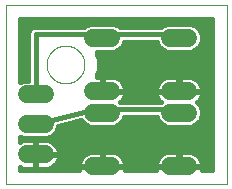
<source format=gtl>
G75*
%MOIN*%
%OFA0B0*%
%FSLAX25Y25*%
%IPPOS*%
%LPD*%
%AMOC8*
5,1,8,0,0,1.08239X$1,22.5*
%
%ADD10C,0.00000*%
%ADD11C,0.06000*%
%ADD12C,0.01600*%
D10*
X0001800Y0001800D02*
X0001800Y0061761D01*
X0075501Y0061761D01*
X0075501Y0001800D01*
X0001800Y0001800D01*
X0015501Y0041800D02*
X0015503Y0041958D01*
X0015509Y0042116D01*
X0015519Y0042274D01*
X0015533Y0042432D01*
X0015551Y0042589D01*
X0015572Y0042746D01*
X0015598Y0042902D01*
X0015628Y0043058D01*
X0015661Y0043213D01*
X0015699Y0043366D01*
X0015740Y0043519D01*
X0015785Y0043671D01*
X0015834Y0043822D01*
X0015887Y0043971D01*
X0015943Y0044119D01*
X0016003Y0044265D01*
X0016067Y0044410D01*
X0016135Y0044553D01*
X0016206Y0044695D01*
X0016280Y0044835D01*
X0016358Y0044972D01*
X0016440Y0045108D01*
X0016524Y0045242D01*
X0016613Y0045373D01*
X0016704Y0045502D01*
X0016799Y0045629D01*
X0016896Y0045754D01*
X0016997Y0045876D01*
X0017101Y0045995D01*
X0017208Y0046112D01*
X0017318Y0046226D01*
X0017431Y0046337D01*
X0017546Y0046446D01*
X0017664Y0046551D01*
X0017785Y0046653D01*
X0017908Y0046753D01*
X0018034Y0046849D01*
X0018162Y0046942D01*
X0018292Y0047032D01*
X0018425Y0047118D01*
X0018560Y0047202D01*
X0018696Y0047281D01*
X0018835Y0047358D01*
X0018976Y0047430D01*
X0019118Y0047500D01*
X0019262Y0047565D01*
X0019408Y0047627D01*
X0019555Y0047685D01*
X0019704Y0047740D01*
X0019854Y0047791D01*
X0020005Y0047838D01*
X0020157Y0047881D01*
X0020310Y0047920D01*
X0020465Y0047956D01*
X0020620Y0047987D01*
X0020776Y0048015D01*
X0020932Y0048039D01*
X0021089Y0048059D01*
X0021247Y0048075D01*
X0021404Y0048087D01*
X0021563Y0048095D01*
X0021721Y0048099D01*
X0021879Y0048099D01*
X0022037Y0048095D01*
X0022196Y0048087D01*
X0022353Y0048075D01*
X0022511Y0048059D01*
X0022668Y0048039D01*
X0022824Y0048015D01*
X0022980Y0047987D01*
X0023135Y0047956D01*
X0023290Y0047920D01*
X0023443Y0047881D01*
X0023595Y0047838D01*
X0023746Y0047791D01*
X0023896Y0047740D01*
X0024045Y0047685D01*
X0024192Y0047627D01*
X0024338Y0047565D01*
X0024482Y0047500D01*
X0024624Y0047430D01*
X0024765Y0047358D01*
X0024904Y0047281D01*
X0025040Y0047202D01*
X0025175Y0047118D01*
X0025308Y0047032D01*
X0025438Y0046942D01*
X0025566Y0046849D01*
X0025692Y0046753D01*
X0025815Y0046653D01*
X0025936Y0046551D01*
X0026054Y0046446D01*
X0026169Y0046337D01*
X0026282Y0046226D01*
X0026392Y0046112D01*
X0026499Y0045995D01*
X0026603Y0045876D01*
X0026704Y0045754D01*
X0026801Y0045629D01*
X0026896Y0045502D01*
X0026987Y0045373D01*
X0027076Y0045242D01*
X0027160Y0045108D01*
X0027242Y0044972D01*
X0027320Y0044835D01*
X0027394Y0044695D01*
X0027465Y0044553D01*
X0027533Y0044410D01*
X0027597Y0044265D01*
X0027657Y0044119D01*
X0027713Y0043971D01*
X0027766Y0043822D01*
X0027815Y0043671D01*
X0027860Y0043519D01*
X0027901Y0043366D01*
X0027939Y0043213D01*
X0027972Y0043058D01*
X0028002Y0042902D01*
X0028028Y0042746D01*
X0028049Y0042589D01*
X0028067Y0042432D01*
X0028081Y0042274D01*
X0028091Y0042116D01*
X0028097Y0041958D01*
X0028099Y0041800D01*
X0028097Y0041642D01*
X0028091Y0041484D01*
X0028081Y0041326D01*
X0028067Y0041168D01*
X0028049Y0041011D01*
X0028028Y0040854D01*
X0028002Y0040698D01*
X0027972Y0040542D01*
X0027939Y0040387D01*
X0027901Y0040234D01*
X0027860Y0040081D01*
X0027815Y0039929D01*
X0027766Y0039778D01*
X0027713Y0039629D01*
X0027657Y0039481D01*
X0027597Y0039335D01*
X0027533Y0039190D01*
X0027465Y0039047D01*
X0027394Y0038905D01*
X0027320Y0038765D01*
X0027242Y0038628D01*
X0027160Y0038492D01*
X0027076Y0038358D01*
X0026987Y0038227D01*
X0026896Y0038098D01*
X0026801Y0037971D01*
X0026704Y0037846D01*
X0026603Y0037724D01*
X0026499Y0037605D01*
X0026392Y0037488D01*
X0026282Y0037374D01*
X0026169Y0037263D01*
X0026054Y0037154D01*
X0025936Y0037049D01*
X0025815Y0036947D01*
X0025692Y0036847D01*
X0025566Y0036751D01*
X0025438Y0036658D01*
X0025308Y0036568D01*
X0025175Y0036482D01*
X0025040Y0036398D01*
X0024904Y0036319D01*
X0024765Y0036242D01*
X0024624Y0036170D01*
X0024482Y0036100D01*
X0024338Y0036035D01*
X0024192Y0035973D01*
X0024045Y0035915D01*
X0023896Y0035860D01*
X0023746Y0035809D01*
X0023595Y0035762D01*
X0023443Y0035719D01*
X0023290Y0035680D01*
X0023135Y0035644D01*
X0022980Y0035613D01*
X0022824Y0035585D01*
X0022668Y0035561D01*
X0022511Y0035541D01*
X0022353Y0035525D01*
X0022196Y0035513D01*
X0022037Y0035505D01*
X0021879Y0035501D01*
X0021721Y0035501D01*
X0021563Y0035505D01*
X0021404Y0035513D01*
X0021247Y0035525D01*
X0021089Y0035541D01*
X0020932Y0035561D01*
X0020776Y0035585D01*
X0020620Y0035613D01*
X0020465Y0035644D01*
X0020310Y0035680D01*
X0020157Y0035719D01*
X0020005Y0035762D01*
X0019854Y0035809D01*
X0019704Y0035860D01*
X0019555Y0035915D01*
X0019408Y0035973D01*
X0019262Y0036035D01*
X0019118Y0036100D01*
X0018976Y0036170D01*
X0018835Y0036242D01*
X0018696Y0036319D01*
X0018560Y0036398D01*
X0018425Y0036482D01*
X0018292Y0036568D01*
X0018162Y0036658D01*
X0018034Y0036751D01*
X0017908Y0036847D01*
X0017785Y0036947D01*
X0017664Y0037049D01*
X0017546Y0037154D01*
X0017431Y0037263D01*
X0017318Y0037374D01*
X0017208Y0037488D01*
X0017101Y0037605D01*
X0016997Y0037724D01*
X0016896Y0037846D01*
X0016799Y0037971D01*
X0016704Y0038098D01*
X0016613Y0038227D01*
X0016524Y0038358D01*
X0016440Y0038492D01*
X0016358Y0038628D01*
X0016280Y0038765D01*
X0016206Y0038905D01*
X0016135Y0039047D01*
X0016067Y0039190D01*
X0016003Y0039335D01*
X0015943Y0039481D01*
X0015887Y0039629D01*
X0015834Y0039778D01*
X0015785Y0039929D01*
X0015740Y0040081D01*
X0015699Y0040234D01*
X0015661Y0040387D01*
X0015628Y0040542D01*
X0015598Y0040698D01*
X0015572Y0040854D01*
X0015551Y0041011D01*
X0015533Y0041168D01*
X0015519Y0041326D01*
X0015509Y0041484D01*
X0015503Y0041642D01*
X0015501Y0041800D01*
D11*
X0014800Y0031800D02*
X0008800Y0031800D01*
X0008800Y0021800D02*
X0014800Y0021800D01*
X0014800Y0011800D02*
X0008800Y0011800D01*
X0031000Y0007900D02*
X0037000Y0007900D01*
X0056600Y0007900D02*
X0062600Y0007900D01*
X0062600Y0025700D02*
X0056600Y0025700D01*
X0056600Y0032900D02*
X0062600Y0032900D01*
X0062600Y0050700D02*
X0056600Y0050700D01*
X0037000Y0050700D02*
X0031000Y0050700D01*
X0031000Y0032900D02*
X0037000Y0032900D01*
X0037000Y0025700D02*
X0031000Y0025700D01*
D12*
X0031800Y0026800D02*
X0061800Y0026800D01*
X0065634Y0029171D02*
X0065727Y0029239D01*
X0066261Y0029773D01*
X0066705Y0030384D01*
X0067048Y0031057D01*
X0067282Y0031776D01*
X0067400Y0032522D01*
X0067400Y0032700D01*
X0059800Y0032700D01*
X0059800Y0033100D01*
X0059400Y0033100D01*
X0059400Y0037700D01*
X0056222Y0037700D01*
X0055476Y0037582D01*
X0054757Y0037348D01*
X0054084Y0037005D01*
X0053473Y0036561D01*
X0052939Y0036027D01*
X0052495Y0035416D01*
X0052152Y0034743D01*
X0051918Y0034024D01*
X0051800Y0033278D01*
X0051800Y0033100D01*
X0059400Y0033100D01*
X0059400Y0032700D01*
X0051800Y0032700D01*
X0051800Y0032522D01*
X0051918Y0031776D01*
X0052152Y0031057D01*
X0052495Y0030384D01*
X0052939Y0029773D01*
X0053473Y0029239D01*
X0053526Y0029200D01*
X0040074Y0029200D01*
X0040127Y0029239D01*
X0040661Y0029773D01*
X0041105Y0030384D01*
X0041448Y0031057D01*
X0041682Y0031776D01*
X0041800Y0032522D01*
X0041800Y0032700D01*
X0034200Y0032700D01*
X0034200Y0033100D01*
X0033800Y0033100D01*
X0033800Y0037700D01*
X0032192Y0037700D01*
X0032899Y0040339D01*
X0032899Y0043261D01*
X0032143Y0046084D01*
X0032134Y0046100D01*
X0037915Y0046100D01*
X0039606Y0046800D01*
X0040900Y0048094D01*
X0041441Y0049400D01*
X0052159Y0049400D01*
X0052700Y0048094D01*
X0053994Y0046800D01*
X0055685Y0046100D01*
X0063515Y0046100D01*
X0065206Y0046800D01*
X0066500Y0048094D01*
X0067200Y0049785D01*
X0067200Y0051615D01*
X0066500Y0053306D01*
X0065206Y0054600D01*
X0063515Y0055300D01*
X0055685Y0055300D01*
X0053994Y0054600D01*
X0053595Y0054200D01*
X0040005Y0054200D01*
X0039606Y0054600D01*
X0037915Y0055300D01*
X0030085Y0055300D01*
X0028394Y0054600D01*
X0027995Y0054200D01*
X0011323Y0054200D01*
X0010441Y0053835D01*
X0009765Y0053159D01*
X0009400Y0052277D01*
X0009400Y0036400D01*
X0007885Y0036400D01*
X0006600Y0035868D01*
X0006600Y0056800D01*
X0070701Y0056800D01*
X0070701Y0006600D01*
X0067225Y0006600D01*
X0067282Y0006776D01*
X0067400Y0007522D01*
X0067400Y0007700D01*
X0059800Y0007700D01*
X0059800Y0008100D01*
X0059400Y0008100D01*
X0059400Y0012700D01*
X0056222Y0012700D01*
X0055476Y0012582D01*
X0054757Y0012348D01*
X0054084Y0012005D01*
X0053473Y0011561D01*
X0052939Y0011027D01*
X0052495Y0010416D01*
X0052152Y0009743D01*
X0051918Y0009024D01*
X0051800Y0008278D01*
X0051800Y0008100D01*
X0059400Y0008100D01*
X0059400Y0007700D01*
X0051800Y0007700D01*
X0051800Y0007522D01*
X0051918Y0006776D01*
X0051975Y0006600D01*
X0041625Y0006600D01*
X0041682Y0006776D01*
X0041800Y0007522D01*
X0041800Y0007700D01*
X0034200Y0007700D01*
X0034200Y0008100D01*
X0033800Y0008100D01*
X0033800Y0012700D01*
X0030622Y0012700D01*
X0029876Y0012582D01*
X0029157Y0012348D01*
X0028484Y0012005D01*
X0027873Y0011561D01*
X0027339Y0011027D01*
X0026895Y0010416D01*
X0026552Y0009743D01*
X0026318Y0009024D01*
X0026200Y0008278D01*
X0026200Y0008100D01*
X0033800Y0008100D01*
X0033800Y0007700D01*
X0026200Y0007700D01*
X0026200Y0007522D01*
X0026318Y0006776D01*
X0026375Y0006600D01*
X0006600Y0006600D01*
X0006600Y0007534D01*
X0006957Y0007352D01*
X0007676Y0007118D01*
X0008422Y0007000D01*
X0011600Y0007000D01*
X0011600Y0011600D01*
X0012000Y0011600D01*
X0012000Y0012000D01*
X0011600Y0012000D01*
X0011600Y0016600D01*
X0008422Y0016600D01*
X0007676Y0016482D01*
X0006957Y0016248D01*
X0006600Y0016066D01*
X0006600Y0017732D01*
X0007885Y0017200D01*
X0015715Y0017200D01*
X0017406Y0017900D01*
X0018700Y0019194D01*
X0019400Y0020885D01*
X0019400Y0021226D01*
X0027079Y0023146D01*
X0027100Y0023094D01*
X0028394Y0021800D01*
X0030085Y0021100D01*
X0037915Y0021100D01*
X0039606Y0021800D01*
X0040900Y0023094D01*
X0041441Y0024400D01*
X0052159Y0024400D01*
X0052700Y0023094D01*
X0053994Y0021800D01*
X0055685Y0021100D01*
X0063515Y0021100D01*
X0065206Y0021800D01*
X0066500Y0023094D01*
X0067200Y0024785D01*
X0067200Y0026615D01*
X0066500Y0028306D01*
X0065634Y0029171D01*
X0065831Y0028975D02*
X0070701Y0028975D01*
X0070701Y0030573D02*
X0066802Y0030573D01*
X0067344Y0032172D02*
X0070701Y0032172D01*
X0070701Y0033770D02*
X0067322Y0033770D01*
X0067282Y0034024D02*
X0067400Y0033278D01*
X0067400Y0033100D01*
X0059800Y0033100D01*
X0059800Y0037700D01*
X0062978Y0037700D01*
X0063724Y0037582D01*
X0064443Y0037348D01*
X0065116Y0037005D01*
X0065727Y0036561D01*
X0066261Y0036027D01*
X0066705Y0035416D01*
X0067048Y0034743D01*
X0067282Y0034024D01*
X0066729Y0035369D02*
X0070701Y0035369D01*
X0070701Y0036967D02*
X0065168Y0036967D01*
X0059800Y0036967D02*
X0059400Y0036967D01*
X0059400Y0035369D02*
X0059800Y0035369D01*
X0059800Y0033770D02*
X0059400Y0033770D01*
X0054032Y0036967D02*
X0039568Y0036967D01*
X0039516Y0037005D02*
X0038843Y0037348D01*
X0038124Y0037582D01*
X0037378Y0037700D01*
X0034200Y0037700D01*
X0034200Y0033100D01*
X0041800Y0033100D01*
X0041800Y0033278D01*
X0041682Y0034024D01*
X0041448Y0034743D01*
X0041105Y0035416D01*
X0040661Y0036027D01*
X0040127Y0036561D01*
X0039516Y0037005D01*
X0041129Y0035369D02*
X0052471Y0035369D01*
X0051878Y0033770D02*
X0041722Y0033770D01*
X0041744Y0032172D02*
X0051856Y0032172D01*
X0052398Y0030573D02*
X0041202Y0030573D01*
X0034200Y0033770D02*
X0033800Y0033770D01*
X0033800Y0035369D02*
X0034200Y0035369D01*
X0034200Y0036967D02*
X0033800Y0036967D01*
X0032424Y0038566D02*
X0070701Y0038566D01*
X0070701Y0040164D02*
X0032852Y0040164D01*
X0032899Y0041763D02*
X0070701Y0041763D01*
X0070701Y0043361D02*
X0032872Y0043361D01*
X0032444Y0044960D02*
X0070701Y0044960D01*
X0070701Y0046558D02*
X0064621Y0046558D01*
X0066526Y0048157D02*
X0070701Y0048157D01*
X0070701Y0049755D02*
X0067188Y0049755D01*
X0067200Y0051354D02*
X0070701Y0051354D01*
X0070701Y0052952D02*
X0066646Y0052952D01*
X0065254Y0054551D02*
X0070701Y0054551D01*
X0070701Y0056149D02*
X0006600Y0056149D01*
X0006600Y0054551D02*
X0028345Y0054551D01*
X0039021Y0046558D02*
X0054579Y0046558D01*
X0052674Y0048157D02*
X0040926Y0048157D01*
X0039654Y0054551D02*
X0053945Y0054551D01*
X0061800Y0051800D02*
X0011800Y0051800D01*
X0011800Y0031800D01*
X0009400Y0036967D02*
X0006600Y0036967D01*
X0006600Y0038566D02*
X0009400Y0038566D01*
X0009400Y0040164D02*
X0006600Y0040164D01*
X0006600Y0041763D02*
X0009400Y0041763D01*
X0009400Y0043361D02*
X0006600Y0043361D01*
X0006600Y0044960D02*
X0009400Y0044960D01*
X0009400Y0046558D02*
X0006600Y0046558D01*
X0006600Y0048157D02*
X0009400Y0048157D01*
X0009400Y0049755D02*
X0006600Y0049755D01*
X0006600Y0051354D02*
X0009400Y0051354D01*
X0009680Y0052952D02*
X0006600Y0052952D01*
X0011800Y0021800D02*
X0031800Y0026800D01*
X0027614Y0022581D02*
X0024818Y0022581D01*
X0019400Y0020982D02*
X0070701Y0020982D01*
X0070701Y0022581D02*
X0065986Y0022581D01*
X0066949Y0024179D02*
X0070701Y0024179D01*
X0070701Y0025778D02*
X0067200Y0025778D01*
X0066885Y0027376D02*
X0070701Y0027376D01*
X0070701Y0019384D02*
X0018778Y0019384D01*
X0017128Y0017785D02*
X0070701Y0017785D01*
X0070701Y0016187D02*
X0016764Y0016187D01*
X0016643Y0016248D02*
X0015924Y0016482D01*
X0015178Y0016600D01*
X0012000Y0016600D01*
X0012000Y0012000D01*
X0019600Y0012000D01*
X0019600Y0012178D01*
X0019482Y0012924D01*
X0019248Y0013643D01*
X0018905Y0014316D01*
X0018461Y0014927D01*
X0017927Y0015461D01*
X0017316Y0015905D01*
X0016643Y0016248D01*
X0018707Y0014588D02*
X0070701Y0014588D01*
X0070701Y0012990D02*
X0019460Y0012990D01*
X0019600Y0011600D02*
X0012000Y0011600D01*
X0012000Y0007000D01*
X0015178Y0007000D01*
X0015924Y0007118D01*
X0016643Y0007352D01*
X0017316Y0007695D01*
X0017927Y0008139D01*
X0018461Y0008673D01*
X0018905Y0009284D01*
X0019248Y0009957D01*
X0019482Y0010676D01*
X0019600Y0011422D01*
X0019600Y0011600D01*
X0019595Y0011391D02*
X0027703Y0011391D01*
X0026577Y0009793D02*
X0019164Y0009793D01*
X0017982Y0008194D02*
X0026200Y0008194D01*
X0033800Y0008194D02*
X0034200Y0008194D01*
X0034200Y0008100D02*
X0034200Y0012700D01*
X0037378Y0012700D01*
X0038124Y0012582D01*
X0038843Y0012348D01*
X0039516Y0012005D01*
X0040127Y0011561D01*
X0040661Y0011027D01*
X0041105Y0010416D01*
X0041448Y0009743D01*
X0041682Y0009024D01*
X0041800Y0008278D01*
X0041800Y0008100D01*
X0034200Y0008100D01*
X0034200Y0009793D02*
X0033800Y0009793D01*
X0033800Y0011391D02*
X0034200Y0011391D01*
X0040297Y0011391D02*
X0053303Y0011391D01*
X0052177Y0009793D02*
X0041423Y0009793D01*
X0041800Y0008194D02*
X0051800Y0008194D01*
X0059400Y0008194D02*
X0059800Y0008194D01*
X0059800Y0008100D02*
X0059800Y0012700D01*
X0062978Y0012700D01*
X0063724Y0012582D01*
X0064443Y0012348D01*
X0065116Y0012005D01*
X0065727Y0011561D01*
X0066261Y0011027D01*
X0066705Y0010416D01*
X0067048Y0009743D01*
X0067282Y0009024D01*
X0067400Y0008278D01*
X0067400Y0008100D01*
X0059800Y0008100D01*
X0059800Y0009793D02*
X0059400Y0009793D01*
X0059400Y0011391D02*
X0059800Y0011391D01*
X0065897Y0011391D02*
X0070701Y0011391D01*
X0070701Y0009793D02*
X0067023Y0009793D01*
X0067400Y0008194D02*
X0070701Y0008194D01*
X0053214Y0022581D02*
X0040386Y0022581D01*
X0041349Y0024179D02*
X0052251Y0024179D01*
X0012000Y0016187D02*
X0011600Y0016187D01*
X0011600Y0014588D02*
X0012000Y0014588D01*
X0012000Y0012990D02*
X0011600Y0012990D01*
X0011600Y0011391D02*
X0012000Y0011391D01*
X0012000Y0009793D02*
X0011600Y0009793D01*
X0011600Y0008194D02*
X0012000Y0008194D01*
X0006836Y0016187D02*
X0006600Y0016187D01*
M02*

</source>
